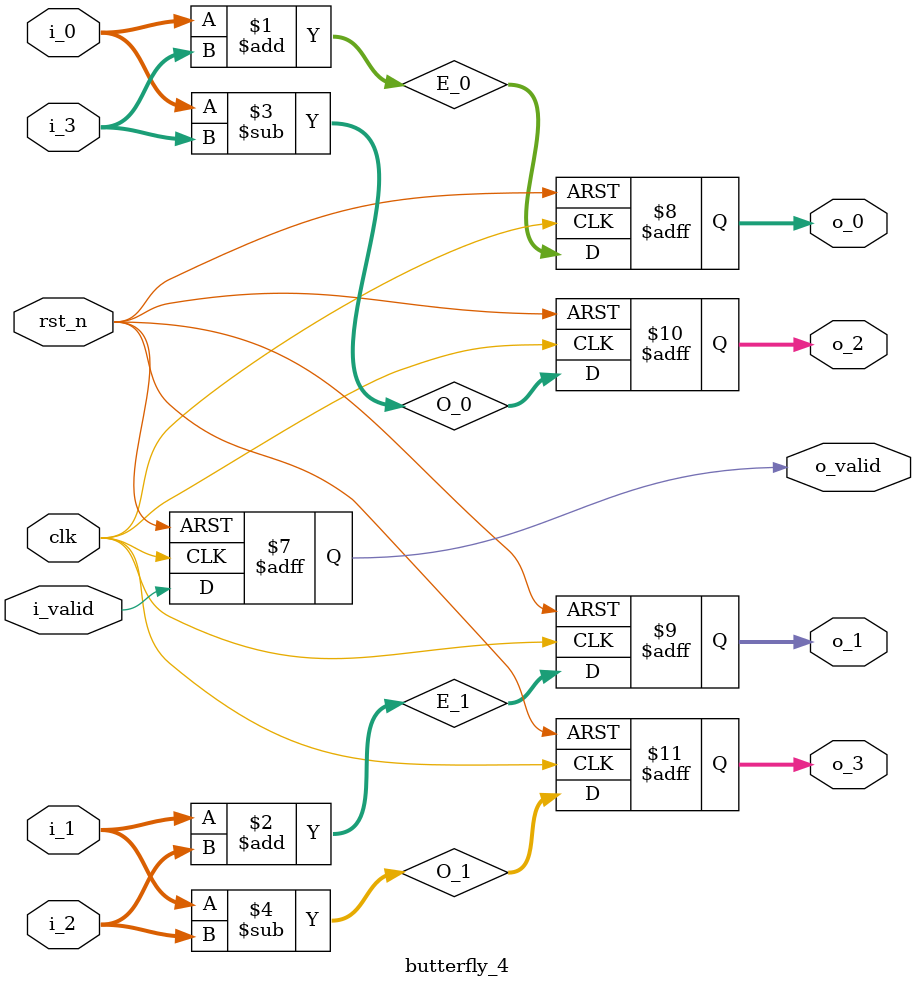
<source format=v>
module butterfly_4#(
    parameter IN_WIDTH = 20
)
(
//system input
    input                                   clk     ,
    input                                   rst_n   ,
//input data
    input                                   i_valid ,
    input       signed  [IN_WIDTH - 1 : 0]  i_0     ,
    input       signed  [IN_WIDTH - 1 : 0]  i_1     ,
    input       signed  [IN_WIDTH - 1 : 0]  i_2     ,
    input       signed  [IN_WIDTH - 1 : 0]  i_3     ,
//output data
    output reg                              o_valid ,
    output reg  signed  [IN_WIDTH     : 0]  o_0     ,//E
    output reg  signed  [IN_WIDTH     : 0]  o_1     ,
    output reg  signed  [IN_WIDTH     : 0]  o_2     ,//O
    output reg  signed  [IN_WIDTH     : 0]  o_3     
);

//Éú³ÉµûÐÎÔËËãµ¥Ôª
//E/O
    wire signed [IN_WIDTH : 0] E_0 = i_0 + i_3;
    wire signed [IN_WIDTH : 0] E_1 = i_1 + i_2;
    wire signed [IN_WIDTH : 0] O_0 = i_0 - i_3;
    wire signed [IN_WIDTH : 0] O_1 = i_1 - i_2;

//output
always @(posedge clk or negedge rst_n) begin
    if (!rst_n) begin
        o_valid <= 0;
        o_0  <= 0;
        o_1  <= 0;
        o_2  <= 0;
        o_3  <= 0;
    end
    else begin
        o_valid <= i_valid;
        o_0 = E_0;
        o_1 = E_1;
        o_2 = O_0;
        o_3 = O_1;
    end
end

endmodule

</source>
